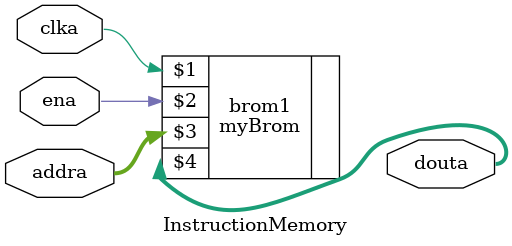
<source format=v>
`timescale 1ns / 1ps
module InstructionMemory(
	input clka,
	input ena,
	input [31 : 0] addra,
	output [31 : 0] douta
    );
	 myBrom brom1(
		  clka,
		  ena,
		  addra,
		  douta
		);
endmodule

</source>
